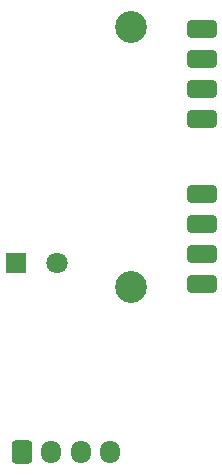
<source format=gbr>
%TF.GenerationSoftware,KiCad,Pcbnew,(6.0.4)*%
%TF.CreationDate,2022-04-07T16:53:33-04:00*%
%TF.ProjectId,larson_vu_pcb,6c617273-6f6e-45f7-9675-5f7063622e6b,rev?*%
%TF.SameCoordinates,Original*%
%TF.FileFunction,Soldermask,Top*%
%TF.FilePolarity,Negative*%
%FSLAX46Y46*%
G04 Gerber Fmt 4.6, Leading zero omitted, Abs format (unit mm)*
G04 Created by KiCad (PCBNEW (6.0.4)) date 2022-04-07 16:53:33*
%MOMM*%
%LPD*%
G01*
G04 APERTURE LIST*
G04 Aperture macros list*
%AMRoundRect*
0 Rectangle with rounded corners*
0 $1 Rounding radius*
0 $2 $3 $4 $5 $6 $7 $8 $9 X,Y pos of 4 corners*
0 Add a 4 corners polygon primitive as box body*
4,1,4,$2,$3,$4,$5,$6,$7,$8,$9,$2,$3,0*
0 Add four circle primitives for the rounded corners*
1,1,$1+$1,$2,$3*
1,1,$1+$1,$4,$5*
1,1,$1+$1,$6,$7*
1,1,$1+$1,$8,$9*
0 Add four rect primitives between the rounded corners*
20,1,$1+$1,$2,$3,$4,$5,0*
20,1,$1+$1,$4,$5,$6,$7,0*
20,1,$1+$1,$6,$7,$8,$9,0*
20,1,$1+$1,$8,$9,$2,$3,0*%
G04 Aperture macros list end*
%ADD10R,1.800000X1.800000*%
%ADD11C,1.800000*%
%ADD12RoundRect,0.381000X-0.889000X-0.381000X0.889000X-0.381000X0.889000X0.381000X-0.889000X0.381000X0*%
%ADD13RoundRect,0.250000X-0.600000X-0.725000X0.600000X-0.725000X0.600000X0.725000X-0.600000X0.725000X0*%
%ADD14O,1.700000X1.950000*%
%ADD15C,2.700000*%
G04 APERTURE END LIST*
D10*
%TO.C,C1*%
X64250000Y-79000000D03*
D11*
X67750000Y-79000000D03*
%TD*%
D12*
%TO.C,J3*%
X80000000Y-59190000D03*
X80000000Y-61730000D03*
X80000000Y-64270000D03*
X80000000Y-66810000D03*
%TD*%
%TO.C,J2*%
X80000000Y-73190000D03*
X80000000Y-75730000D03*
X80000000Y-78270000D03*
X80000000Y-80810000D03*
%TD*%
D13*
%TO.C,J1*%
X64750000Y-95025000D03*
D14*
X67250000Y-95025000D03*
X69750000Y-95025000D03*
X72250000Y-95025000D03*
%TD*%
D15*
%TO.C,H2*%
X74000000Y-59000000D03*
%TD*%
%TO.C,H1*%
X74000000Y-81000000D03*
%TD*%
M02*

</source>
